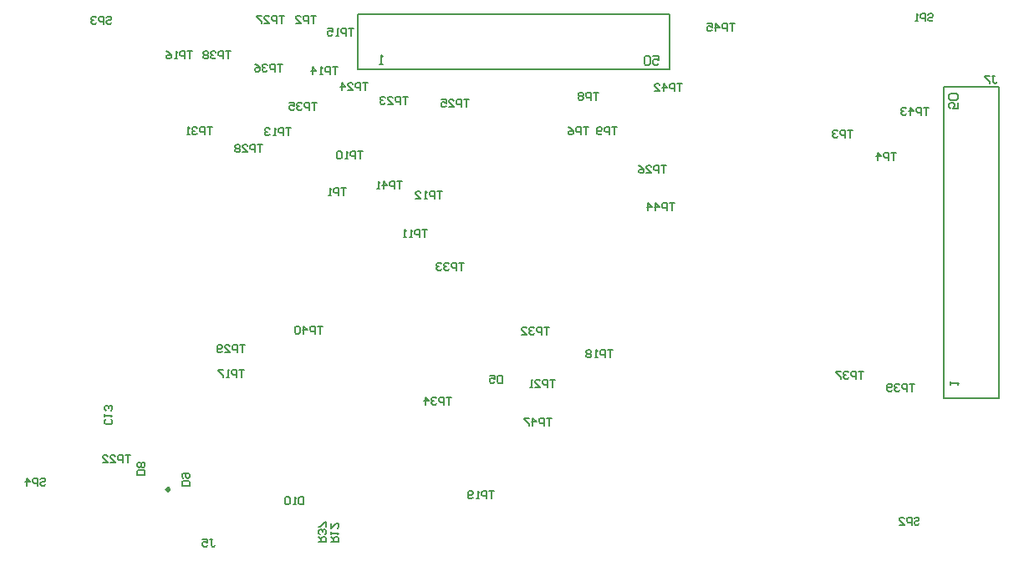
<source format=gbo>
%FSLAX44Y44*%
%MOMM*%
G71*
G01*
G75*
G04 Layer_Color=32896*
%ADD10C,0.2500*%
%ADD11R,0.3000X0.3000*%
%ADD12R,0.4500X1.3800*%
%ADD13R,0.7620X0.7620*%
%ADD14R,0.6000X0.5500*%
%ADD15R,0.7620X0.7620*%
%ADD16R,0.6200X0.5700*%
%ADD17R,0.9500X0.9500*%
%ADD18R,0.9600X0.9700*%
%ADD19R,0.5500X1.5000*%
%ADD20R,0.9500X0.9500*%
%ADD21R,1.0000X0.6000*%
%ADD22R,0.5500X0.6000*%
%ADD23R,1.2000X3.0000*%
%ADD24R,0.6000X1.0000*%
%ADD25R,1.5500X1.5500*%
%ADD26O,0.6000X0.3000*%
%ADD27R,0.5000X0.4000*%
%ADD28R,0.5700X0.6200*%
%ADD29R,2.4000X1.5000*%
%ADD30R,0.5900X0.4500*%
%ADD31R,0.3500X0.8500*%
%ADD32R,0.2000X1.0000*%
%ADD33R,0.3000X1.2000*%
%ADD34R,3.2000X1.2000*%
%ADD35R,0.4500X0.2000*%
%ADD36R,0.5000X0.2000*%
%ADD37R,0.2000X0.4500*%
%ADD38R,0.2000X0.5000*%
%ADD39R,0.4500X0.5900*%
%ADD40R,0.3000X1.4500*%
%ADD41R,1.1000X1.4000*%
%ADD42R,0.2300X1.0000*%
%ADD43R,0.4000X0.5500*%
%ADD44R,0.3000X0.5500*%
%ADD45R,1.2500X1.7500*%
%ADD46R,0.9700X0.9600*%
%ADD47R,2.1000X2.1000*%
%ADD48R,0.2500X0.6000*%
%ADD49R,0.6000X0.2500*%
%ADD50O,0.5000X1.6000*%
%ADD51R,0.3000X0.3000*%
%ADD52R,1.0160X1.7000*%
%ADD53R,1.0160X1.7000*%
%ADD54R,1.0000X1.5000*%
%ADD55O,0.3000X0.8000*%
%ADD56O,0.8000X0.3000*%
G04:AMPARAMS|DCode=57|XSize=0.75mm|YSize=1.6mm|CornerRadius=0.075mm|HoleSize=0mm|Usage=FLASHONLY|Rotation=270.000|XOffset=0mm|YOffset=0mm|HoleType=Round|Shape=RoundedRectangle|*
%AMROUNDEDRECTD57*
21,1,0.7500,1.4500,0,0,270.0*
21,1,0.6000,1.6000,0,0,270.0*
1,1,0.1500,-0.7250,-0.3000*
1,1,0.1500,-0.7250,0.3000*
1,1,0.1500,0.7250,0.3000*
1,1,0.1500,0.7250,-0.3000*
%
%ADD57ROUNDEDRECTD57*%
G04:AMPARAMS|DCode=58|XSize=0.6mm|YSize=1.8mm|CornerRadius=0.06mm|HoleSize=0mm|Usage=FLASHONLY|Rotation=270.000|XOffset=0mm|YOffset=0mm|HoleType=Round|Shape=RoundedRectangle|*
%AMROUNDEDRECTD58*
21,1,0.6000,1.6800,0,0,270.0*
21,1,0.4800,1.8000,0,0,270.0*
1,1,0.1200,-0.8400,-0.2400*
1,1,0.1200,-0.8400,0.2400*
1,1,0.1200,0.8400,0.2400*
1,1,0.1200,0.8400,-0.2400*
%
%ADD58ROUNDEDRECTD58*%
G04:AMPARAMS|DCode=59|XSize=1.3mm|YSize=0.7mm|CornerRadius=0.07mm|HoleSize=0mm|Usage=FLASHONLY|Rotation=270.000|XOffset=0mm|YOffset=0mm|HoleType=Round|Shape=RoundedRectangle|*
%AMROUNDEDRECTD59*
21,1,1.3000,0.5600,0,0,270.0*
21,1,1.1600,0.7000,0,0,270.0*
1,1,0.1400,-0.2800,-0.5800*
1,1,0.1400,-0.2800,0.5800*
1,1,0.1400,0.2800,0.5800*
1,1,0.1400,0.2800,-0.5800*
%
%ADD59ROUNDEDRECTD59*%
%ADD60R,3.2000X3.2000*%
%ADD61R,0.7500X0.3000*%
%ADD62R,0.3000X0.7500*%
%ADD63R,1.0160X1.2700*%
%ADD64R,0.4000X0.9000*%
%ADD65R,0.4000X0.5000*%
%ADD66R,1.3900X1.4000*%
%ADD67R,3.3600X4.8600*%
%ADD68R,1.4000X1.1000*%
%ADD69R,0.8500X0.3560*%
%ADD70R,2.6000X3.0000*%
%ADD71R,0.3000X1.7500*%
%ADD72R,2.0000X3.5000*%
%ADD73R,3.4000X2.4000*%
%ADD74R,1.7000X1.0160*%
%ADD75R,1.7000X1.0160*%
%ADD76R,1.4000X2.1000*%
%ADD77R,2.3700X1.9000*%
%ADD78R,1.1750X1.9000*%
%ADD79C,0.2000*%
%ADD80C,0.3000*%
%ADD81C,0.1500*%
%ADD82C,0.4000*%
%ADD83C,0.1800*%
%ADD84C,0.2200*%
%ADD85C,0.3500*%
%ADD86R,2.1000X10.0000*%
%ADD87R,2.6000X6.8000*%
%ADD88R,4.4000X3.2000*%
%ADD89R,2.2000X13.7000*%
%ADD90O,1.0000X1.6000*%
%ADD91C,0.6500*%
%ADD92C,6.0000*%
%ADD93O,1.2000X1.7000*%
%ADD94O,1.2000X1.9000*%
%ADD95C,0.7500*%
%ADD96O,1.4000X2.8500*%
%ADD97O,1.2000X2.2500*%
%ADD98C,0.5000*%
%ADD99C,1.5000*%
%ADD100R,1.5000X1.5000*%
%ADD101O,4.5000X2.0000*%
%ADD102O,2.0000X4.0000*%
%ADD103O,4.0000X2.0000*%
%ADD104C,1.7000*%
%ADD105C,3.2500*%
%ADD106C,1.6500*%
%ADD107C,2.6000*%
%ADD108C,1.9000*%
%ADD109R,1.7000X1.7000*%
%ADD110C,0.6000*%
%ADD111C,1.0160*%
%ADD112R,3.4000X0.8000*%
%ADD113R,6.2000X1.5000*%
%ADD114O,1.6160X2.2160*%
%ADD115C,1.4160*%
%ADD116C,4.7160*%
%ADD117O,1.6160X2.1160*%
%ADD118O,1.6160X2.3160*%
%ADD119C,1.5660*%
%ADD120C,2.0160*%
%ADD121O,1.9160X3.3660*%
%ADD122O,1.7160X2.7560*%
%ADD123C,1.9160*%
%ADD124C,2.0360*%
%ADD125O,2.0160X4.0160*%
%ADD126O,4.0160X2.0160*%
%ADD127C,1.9060*%
%ADD128C,4.2660*%
%ADD129C,2.0360*%
%ADD130C,2.7160*%
%ADD131C,2.6160*%
%ADD132C,2.1160*%
%ADD133C,1.1660*%
%ADD134C,1.2660*%
%ADD135C,1.2160*%
%ADD136C,0.0000*%
%ADD137C,0.0051*%
%ADD138O,4.5160X2.0160*%
%ADD139R,1.2000X0.3000*%
%ADD140R,2.7000X3.0000*%
%ADD141R,3.0000X2.7000*%
%ADD142C,0.2540*%
%ADD143C,0.1000*%
%ADD144C,0.5500*%
%ADD145C,0.2286*%
%ADD146C,0.1270*%
%ADD147C,0.1778*%
%ADD148C,0.1524*%
%ADD149C,0.1200*%
%ADD150R,0.5032X0.5032*%
%ADD151R,0.6532X1.5832*%
%ADD152R,0.9652X0.9652*%
%ADD153R,0.8032X0.7532*%
%ADD154R,0.9652X0.9652*%
%ADD155R,0.8232X0.7732*%
%ADD156R,1.1532X1.1532*%
%ADD157R,1.1632X1.1732*%
%ADD158R,0.7532X1.7032*%
%ADD159R,1.1532X1.1532*%
%ADD160R,1.2032X0.8032*%
%ADD161R,0.7532X0.8032*%
%ADD162R,1.4032X3.2032*%
%ADD163R,0.8032X1.2032*%
%ADD164R,1.7532X1.7532*%
%ADD165O,0.8032X0.5032*%
%ADD166R,0.7032X0.6032*%
%ADD167R,0.7732X0.8232*%
%ADD168R,2.6032X1.7032*%
%ADD169R,0.7932X0.6532*%
%ADD170R,0.5532X1.0532*%
%ADD171R,0.4032X1.2032*%
%ADD172R,0.5032X1.4032*%
%ADD173R,3.4032X1.4032*%
%ADD174R,0.6532X0.4032*%
%ADD175R,0.7032X0.4032*%
%ADD176R,0.4032X0.6532*%
%ADD177R,0.4032X0.7032*%
%ADD178R,0.6532X0.7932*%
%ADD179R,0.5032X1.6532*%
%ADD180R,1.3032X1.6032*%
%ADD181R,0.4332X1.2032*%
%ADD182R,0.6032X0.7532*%
%ADD183R,0.5032X0.7532*%
%ADD184R,1.4532X1.9532*%
%ADD185R,1.1732X1.1632*%
%ADD186R,2.3032X2.3032*%
%ADD187R,0.4532X0.8032*%
%ADD188R,0.8032X0.4532*%
%ADD189O,0.7032X1.8032*%
%ADD190R,0.5032X0.5032*%
%ADD191R,1.2192X1.9032*%
%ADD192R,1.2192X1.9032*%
%ADD193R,1.2032X1.7032*%
%ADD194O,0.5032X1.0032*%
%ADD195O,1.0032X0.5032*%
G04:AMPARAMS|DCode=196|XSize=0.9532mm|YSize=1.8032mm|CornerRadius=0.1766mm|HoleSize=0mm|Usage=FLASHONLY|Rotation=270.000|XOffset=0mm|YOffset=0mm|HoleType=Round|Shape=RoundedRectangle|*
%AMROUNDEDRECTD196*
21,1,0.9532,1.4500,0,0,270.0*
21,1,0.6000,1.8032,0,0,270.0*
1,1,0.3532,-0.7250,-0.3000*
1,1,0.3532,-0.7250,0.3000*
1,1,0.3532,0.7250,0.3000*
1,1,0.3532,0.7250,-0.3000*
%
%ADD196ROUNDEDRECTD196*%
G04:AMPARAMS|DCode=197|XSize=0.8032mm|YSize=2.0032mm|CornerRadius=0.1616mm|HoleSize=0mm|Usage=FLASHONLY|Rotation=270.000|XOffset=0mm|YOffset=0mm|HoleType=Round|Shape=RoundedRectangle|*
%AMROUNDEDRECTD197*
21,1,0.8032,1.6800,0,0,270.0*
21,1,0.4800,2.0032,0,0,270.0*
1,1,0.3232,-0.8400,-0.2400*
1,1,0.3232,-0.8400,0.2400*
1,1,0.3232,0.8400,0.2400*
1,1,0.3232,0.8400,-0.2400*
%
%ADD197ROUNDEDRECTD197*%
G04:AMPARAMS|DCode=198|XSize=1.5032mm|YSize=0.9032mm|CornerRadius=0.1716mm|HoleSize=0mm|Usage=FLASHONLY|Rotation=270.000|XOffset=0mm|YOffset=0mm|HoleType=Round|Shape=RoundedRectangle|*
%AMROUNDEDRECTD198*
21,1,1.5032,0.5600,0,0,270.0*
21,1,1.1600,0.9032,0,0,270.0*
1,1,0.3432,-0.2800,-0.5800*
1,1,0.3432,-0.2800,0.5800*
1,1,0.3432,0.2800,0.5800*
1,1,0.3432,0.2800,-0.5800*
%
%ADD198ROUNDEDRECTD198*%
%ADD199R,3.4032X3.4032*%
%ADD200R,0.9532X0.5032*%
%ADD201R,0.5032X0.9532*%
%ADD202R,1.2192X1.4732*%
%ADD203R,0.6032X1.1032*%
%ADD204R,0.6032X0.7032*%
%ADD205R,1.5932X1.6032*%
%ADD206R,3.5632X5.0632*%
%ADD207R,1.6032X1.3032*%
%ADD208R,1.0532X0.5592*%
%ADD209R,2.8032X3.2032*%
%ADD210R,0.5032X1.9532*%
%ADD211R,2.2032X3.7032*%
%ADD212R,3.6032X2.6032*%
%ADD213R,1.9032X1.2192*%
%ADD214R,1.9032X1.2192*%
%ADD215R,1.6032X2.3032*%
%ADD216R,2.5732X2.1032*%
%ADD217R,1.3782X2.1032*%
%ADD218O,1.2032X1.8032*%
%ADD219C,0.8532*%
%ADD220C,0.2032*%
%ADD221C,6.2032*%
%ADD222O,1.4032X1.9032*%
%ADD223O,1.4032X2.1032*%
%ADD224C,0.9532*%
%ADD225O,1.6032X3.0532*%
%ADD226O,1.4032X2.4532*%
%ADD227C,0.7032*%
%ADD228C,1.7032*%
%ADD229R,1.7032X1.7032*%
%ADD230O,4.7032X2.2032*%
%ADD231O,2.2032X4.2032*%
%ADD232O,4.2032X2.2032*%
%ADD233C,1.9032*%
%ADD234C,3.4532*%
%ADD235C,1.8532*%
%ADD236C,2.8032*%
%ADD237C,2.1032*%
%ADD238R,1.9032X1.9032*%
%ADD239R,1.4032X0.5032*%
%ADD240R,2.9032X3.2032*%
%ADD241R,3.2032X2.9032*%
D79*
X-357534Y500741D02*
X-351536D01*
Y496242D01*
X-354535Y497742D01*
X-356035D01*
X-357534Y496242D01*
Y493243D01*
X-356035Y491744D01*
X-353036D01*
X-351536Y493243D01*
X-360533Y499242D02*
X-362033Y500741D01*
X-365032D01*
X-366531Y499242D01*
Y493243D01*
X-365032Y491744D01*
X-362033D01*
X-360533Y493243D01*
Y499242D01*
X-631444Y492252D02*
X-634443D01*
X-632943D01*
Y501249D01*
X-631444Y499750D01*
X-48915Y453292D02*
Y447294D01*
X-53414D01*
X-51914Y450293D01*
Y451792D01*
X-53414Y453292D01*
X-56413D01*
X-57912Y451792D01*
Y448793D01*
X-56413Y447294D01*
X-50414Y456291D02*
X-48915Y457791D01*
Y460790D01*
X-50414Y462289D01*
X-56413D01*
X-57912Y460790D01*
Y457791D01*
X-56413Y456291D01*
X-50414D01*
X-56388Y167386D02*
Y170385D01*
Y168885D01*
X-47391D01*
X-48890Y167386D01*
D142*
X-847220Y60940D02*
G03*
X-847220Y60940I-1796J0D01*
G01*
D146*
X-656406Y543190D02*
X-340405D01*
X-656406Y487191D02*
X-340405D01*
Y543190D01*
X-656406Y487191D02*
Y543190D01*
X-6810Y153850D02*
Y469851D01*
X-62809Y153850D02*
Y469851D01*
X-6810D01*
X-62809Y153850D02*
X-6810D01*
D147*
X-275000Y533618D02*
X-280078D01*
X-277539D01*
Y526000D01*
X-282617D02*
Y533618D01*
X-286426D01*
X-287696Y532348D01*
Y529809D01*
X-286426Y528539D01*
X-282617D01*
X-294044Y526000D02*
Y533618D01*
X-290235Y529809D01*
X-295313D01*
X-302931Y533618D02*
X-297853D01*
Y529809D01*
X-300392Y531078D01*
X-301661D01*
X-302931Y529809D01*
Y527270D01*
X-301661Y526000D01*
X-299122D01*
X-297853Y527270D01*
X-335720Y351618D02*
X-340798D01*
X-338259D01*
Y344000D01*
X-343338D02*
Y351618D01*
X-347146D01*
X-348416Y350348D01*
Y347809D01*
X-347146Y346539D01*
X-343338D01*
X-354764Y344000D02*
Y351618D01*
X-350955Y347809D01*
X-356034D01*
X-362382Y344000D02*
Y351618D01*
X-358573Y347809D01*
X-363651D01*
X-78000Y448618D02*
X-83078D01*
X-80539D01*
Y441000D01*
X-85618D02*
Y448618D01*
X-89426D01*
X-90696Y447348D01*
Y444809D01*
X-89426Y443539D01*
X-85618D01*
X-97044Y441000D02*
Y448618D01*
X-93235Y444809D01*
X-98313D01*
X-100853Y447348D02*
X-102122Y448618D01*
X-104661D01*
X-105931Y447348D01*
Y446078D01*
X-104661Y444809D01*
X-103392D01*
X-104661D01*
X-105931Y443539D01*
Y442270D01*
X-104661Y441000D01*
X-102122D01*
X-100853Y442270D01*
X-328000Y472617D02*
X-333078D01*
X-330539D01*
Y465000D01*
X-335617D02*
Y472617D01*
X-339426D01*
X-340696Y471348D01*
Y468809D01*
X-339426Y467539D01*
X-335617D01*
X-347044Y465000D02*
Y472617D01*
X-343235Y468809D01*
X-348313D01*
X-355931Y465000D02*
X-350853D01*
X-355931Y470078D01*
Y471348D01*
X-354661Y472617D01*
X-352122D01*
X-350853Y471348D01*
X-92585Y168080D02*
X-97664D01*
X-95124D01*
Y160462D01*
X-100203D02*
Y168080D01*
X-104012D01*
X-105281Y166810D01*
Y164271D01*
X-104012Y163001D01*
X-100203D01*
X-107820Y166810D02*
X-109090Y168080D01*
X-111629D01*
X-112899Y166810D01*
Y165541D01*
X-111629Y164271D01*
X-110359D01*
X-111629D01*
X-112899Y163001D01*
Y161732D01*
X-111629Y160462D01*
X-109090D01*
X-107820Y161732D01*
X-115438D02*
X-116707Y160462D01*
X-119247D01*
X-120516Y161732D01*
Y166810D01*
X-119247Y168080D01*
X-116707D01*
X-115438Y166810D01*
Y165541D01*
X-116707Y164271D01*
X-120516D01*
X-785000Y505617D02*
X-790078D01*
X-787539D01*
Y498000D01*
X-792617D02*
Y505617D01*
X-796426D01*
X-797696Y504348D01*
Y501809D01*
X-796426Y500539D01*
X-792617D01*
X-800235Y504348D02*
X-801505Y505617D01*
X-804044D01*
X-805313Y504348D01*
Y503078D01*
X-804044Y501809D01*
X-802774D01*
X-804044D01*
X-805313Y500539D01*
Y499270D01*
X-804044Y498000D01*
X-801505D01*
X-800235Y499270D01*
X-807853Y504348D02*
X-809122Y505617D01*
X-811661D01*
X-812931Y504348D01*
Y503078D01*
X-811661Y501809D01*
X-812931Y500539D01*
Y499270D01*
X-811661Y498000D01*
X-809122D01*
X-807853Y499270D01*
Y500539D01*
X-809122Y501809D01*
X-807853Y503078D01*
Y504348D01*
X-809122Y501809D02*
X-811661D01*
X-144263Y181080D02*
X-149341D01*
X-146802D01*
Y173462D01*
X-151881D02*
Y181080D01*
X-155689D01*
X-156959Y179810D01*
Y177271D01*
X-155689Y176001D01*
X-151881D01*
X-159498Y179810D02*
X-160768Y181080D01*
X-163307D01*
X-164576Y179810D01*
Y178540D01*
X-163307Y177271D01*
X-162037D01*
X-163307D01*
X-164576Y176001D01*
Y174732D01*
X-163307Y173462D01*
X-160768D01*
X-159498Y174732D01*
X-167116Y181080D02*
X-172194D01*
Y179810D01*
X-167116Y174732D01*
Y173462D01*
X-733000Y492617D02*
X-738078D01*
X-735539D01*
Y485000D01*
X-740618D02*
Y492617D01*
X-744426D01*
X-745696Y491348D01*
Y488809D01*
X-744426Y487539D01*
X-740618D01*
X-748235Y491348D02*
X-749505Y492617D01*
X-752044D01*
X-753313Y491348D01*
Y490078D01*
X-752044Y488809D01*
X-750774D01*
X-752044D01*
X-753313Y487539D01*
Y486270D01*
X-752044Y485000D01*
X-749505D01*
X-748235Y486270D01*
X-760931Y492617D02*
X-758392Y491348D01*
X-755853Y488809D01*
Y486270D01*
X-757122Y485000D01*
X-759661D01*
X-760931Y486270D01*
Y487539D01*
X-759661Y488809D01*
X-755853D01*
X-698000Y453618D02*
X-703078D01*
X-700539D01*
Y446000D01*
X-705618D02*
Y453618D01*
X-709426D01*
X-710696Y452348D01*
Y449809D01*
X-709426Y448539D01*
X-705618D01*
X-713235Y452348D02*
X-714505Y453618D01*
X-717044D01*
X-718313Y452348D01*
Y451078D01*
X-717044Y449809D01*
X-715774D01*
X-717044D01*
X-718313Y448539D01*
Y447270D01*
X-717044Y446000D01*
X-714505D01*
X-713235Y447270D01*
X-725931Y453618D02*
X-720853D01*
Y449809D01*
X-723392Y451078D01*
X-724661D01*
X-725931Y449809D01*
Y447270D01*
X-724661Y446000D01*
X-722122D01*
X-720853Y447270D01*
X-804000Y428618D02*
X-809078D01*
X-806539D01*
Y421000D01*
X-811618D02*
Y428618D01*
X-815426D01*
X-816696Y427348D01*
Y424809D01*
X-815426Y423539D01*
X-811618D01*
X-819235Y427348D02*
X-820505Y428618D01*
X-823044D01*
X-824313Y427348D01*
Y426078D01*
X-823044Y424809D01*
X-821774D01*
X-823044D01*
X-824313Y423539D01*
Y422270D01*
X-823044Y421000D01*
X-820505D01*
X-819235Y422270D01*
X-826853Y421000D02*
X-829392D01*
X-828122D01*
Y428618D01*
X-826853Y427348D01*
X-753000Y410617D02*
X-758078D01*
X-755539D01*
Y403000D01*
X-760618D02*
Y410617D01*
X-764426D01*
X-765696Y409348D01*
Y406809D01*
X-764426Y405539D01*
X-760618D01*
X-773313Y403000D02*
X-768235D01*
X-773313Y408078D01*
Y409348D01*
X-772044Y410617D01*
X-769505D01*
X-768235Y409348D01*
X-775853D02*
X-777122Y410617D01*
X-779661D01*
X-780931Y409348D01*
Y408078D01*
X-779661Y406809D01*
X-780931Y405539D01*
Y404270D01*
X-779661Y403000D01*
X-777122D01*
X-775853Y404270D01*
Y405539D01*
X-777122Y406809D01*
X-775853Y408078D01*
Y409348D01*
X-777122Y406809D02*
X-779661D01*
X-731000Y541618D02*
X-736078D01*
X-733539D01*
Y534000D01*
X-738617D02*
Y541618D01*
X-742426D01*
X-743696Y540348D01*
Y537809D01*
X-742426Y536539D01*
X-738617D01*
X-751313Y534000D02*
X-746235D01*
X-751313Y539078D01*
Y540348D01*
X-750044Y541618D01*
X-747505D01*
X-746235Y540348D01*
X-753853Y541618D02*
X-758931D01*
Y540348D01*
X-753853Y535270D01*
Y534000D01*
X-344000Y389618D02*
X-349078D01*
X-346539D01*
Y382000D01*
X-351618D02*
Y389618D01*
X-355426D01*
X-356696Y388348D01*
Y385809D01*
X-355426Y384539D01*
X-351618D01*
X-364313Y382000D02*
X-359235D01*
X-364313Y387078D01*
Y388348D01*
X-363044Y389618D01*
X-360505D01*
X-359235Y388348D01*
X-371931Y389618D02*
X-369392Y388348D01*
X-366853Y385809D01*
Y383270D01*
X-368122Y382000D01*
X-370661D01*
X-371931Y383270D01*
Y384539D01*
X-370661Y385809D01*
X-366853D01*
X-544000Y456618D02*
X-549078D01*
X-546539D01*
Y449000D01*
X-551618D02*
Y456618D01*
X-555426D01*
X-556696Y455348D01*
Y452809D01*
X-555426Y451539D01*
X-551618D01*
X-564313Y449000D02*
X-559235D01*
X-564313Y454078D01*
Y455348D01*
X-563044Y456618D01*
X-560505D01*
X-559235Y455348D01*
X-571931Y456618D02*
X-566853D01*
Y452809D01*
X-569392Y454078D01*
X-570661D01*
X-571931Y452809D01*
Y450270D01*
X-570661Y449000D01*
X-568122D01*
X-566853Y450270D01*
X-646000Y473618D02*
X-651078D01*
X-648539D01*
Y466000D01*
X-653617D02*
Y473618D01*
X-657426D01*
X-658696Y472348D01*
Y469809D01*
X-657426Y468539D01*
X-653617D01*
X-666313Y466000D02*
X-661235D01*
X-666313Y471078D01*
Y472348D01*
X-665044Y473618D01*
X-662505D01*
X-661235Y472348D01*
X-672661Y466000D02*
Y473618D01*
X-668853Y469809D01*
X-673931D01*
X-606000Y459618D02*
X-611078D01*
X-608539D01*
Y452000D01*
X-613618D02*
Y459618D01*
X-617426D01*
X-618696Y458348D01*
Y455809D01*
X-617426Y454539D01*
X-613618D01*
X-626313Y452000D02*
X-621235D01*
X-626313Y457078D01*
Y458348D01*
X-625044Y459618D01*
X-622505D01*
X-621235Y458348D01*
X-628853D02*
X-630122Y459618D01*
X-632661D01*
X-633931Y458348D01*
Y457078D01*
X-632661Y455809D01*
X-631392D01*
X-632661D01*
X-633931Y454539D01*
Y453270D01*
X-632661Y452000D01*
X-630122D01*
X-628853Y453270D01*
X-824000Y505617D02*
X-829078D01*
X-826539D01*
Y498000D01*
X-831618D02*
Y505617D01*
X-835426D01*
X-836696Y504348D01*
Y501809D01*
X-835426Y500539D01*
X-831618D01*
X-839235Y498000D02*
X-841774D01*
X-840505D01*
Y505617D01*
X-839235Y504348D01*
X-850661Y505617D02*
X-848122Y504348D01*
X-845583Y501809D01*
Y499270D01*
X-846853Y498000D01*
X-849392D01*
X-850661Y499270D01*
Y500539D01*
X-849392Y501809D01*
X-845583D01*
X-660623Y528918D02*
X-665701D01*
X-663162D01*
Y521300D01*
X-668240D02*
Y528918D01*
X-672049D01*
X-673319Y527648D01*
Y525109D01*
X-672049Y523839D01*
X-668240D01*
X-675858Y521300D02*
X-678397D01*
X-677128D01*
Y528918D01*
X-675858Y527648D01*
X-687284Y528918D02*
X-682206D01*
Y525109D01*
X-684745Y526378D01*
X-686015D01*
X-687284Y525109D01*
Y522570D01*
X-686015Y521300D01*
X-683475D01*
X-682206Y522570D01*
X-677000Y489618D02*
X-682078D01*
X-679539D01*
Y482000D01*
X-684617D02*
Y489618D01*
X-688426D01*
X-689696Y488348D01*
Y485809D01*
X-688426Y484539D01*
X-684617D01*
X-692235Y482000D02*
X-694774D01*
X-693505D01*
Y489618D01*
X-692235Y488348D01*
X-702392Y482000D02*
Y489618D01*
X-698583Y485809D01*
X-703661D01*
X-724000Y427617D02*
X-729078D01*
X-726539D01*
Y420000D01*
X-731618D02*
Y427617D01*
X-735426D01*
X-736696Y426348D01*
Y423809D01*
X-735426Y422539D01*
X-731618D01*
X-739235Y420000D02*
X-741774D01*
X-740505D01*
Y427617D01*
X-739235Y426348D01*
X-745583D02*
X-746853Y427617D01*
X-749392D01*
X-750661Y426348D01*
Y425078D01*
X-749392Y423809D01*
X-748122D01*
X-749392D01*
X-750661Y422539D01*
Y421270D01*
X-749392Y420000D01*
X-746853D01*
X-745583Y421270D01*
X-651329Y403985D02*
X-656408D01*
X-653868D01*
Y396368D01*
X-658947D02*
Y403985D01*
X-662756D01*
X-664025Y402716D01*
Y400177D01*
X-662756Y398907D01*
X-658947D01*
X-666564Y396368D02*
X-669103D01*
X-667834D01*
Y403985D01*
X-666564Y402716D01*
X-672912D02*
X-674182Y403985D01*
X-676721D01*
X-677991Y402716D01*
Y397637D01*
X-676721Y396368D01*
X-674182D01*
X-672912Y397637D01*
Y402716D01*
X-394000Y428618D02*
X-399078D01*
X-396539D01*
Y421000D01*
X-401618D02*
Y428618D01*
X-405426D01*
X-406696Y427348D01*
Y424809D01*
X-405426Y423539D01*
X-401618D01*
X-409235Y422270D02*
X-410505Y421000D01*
X-413044D01*
X-414313Y422270D01*
Y427348D01*
X-413044Y428618D01*
X-410505D01*
X-409235Y427348D01*
Y426078D01*
X-410505Y424809D01*
X-414313D01*
X-413000Y463618D02*
X-418078D01*
X-415539D01*
Y456000D01*
X-420617D02*
Y463618D01*
X-424426D01*
X-425696Y462348D01*
Y459809D01*
X-424426Y458539D01*
X-420617D01*
X-428235Y462348D02*
X-429505Y463618D01*
X-432044D01*
X-433313Y462348D01*
Y461078D01*
X-432044Y459809D01*
X-433313Y458539D01*
Y457270D01*
X-432044Y456000D01*
X-429505D01*
X-428235Y457270D01*
Y458539D01*
X-429505Y459809D01*
X-428235Y461078D01*
Y462348D01*
X-429505Y459809D02*
X-432044D01*
X-423000Y428618D02*
X-428078D01*
X-425539D01*
Y421000D01*
X-430617D02*
Y428618D01*
X-434426D01*
X-435696Y427348D01*
Y424809D01*
X-434426Y423539D01*
X-430617D01*
X-443313Y428618D02*
X-440774Y427348D01*
X-438235Y424809D01*
Y422270D01*
X-439505Y421000D01*
X-442044D01*
X-443313Y422270D01*
Y423539D01*
X-442044Y424809D01*
X-438235D01*
X-111000Y402617D02*
X-116078D01*
X-113539D01*
Y395000D01*
X-118617D02*
Y402617D01*
X-122426D01*
X-123696Y401348D01*
Y398809D01*
X-122426Y397539D01*
X-118617D01*
X-130044Y395000D02*
Y402617D01*
X-126235Y398809D01*
X-131313D01*
X-155000Y425617D02*
X-160078D01*
X-157539D01*
Y418000D01*
X-162617D02*
Y425617D01*
X-166426D01*
X-167696Y424348D01*
Y421809D01*
X-166426Y420539D01*
X-162617D01*
X-170235Y424348D02*
X-171505Y425617D01*
X-174044D01*
X-175313Y424348D01*
Y423078D01*
X-174044Y421809D01*
X-172774D01*
X-174044D01*
X-175313Y420539D01*
Y419270D01*
X-174044Y418000D01*
X-171505D01*
X-170235Y419270D01*
X-699000Y541618D02*
X-704078D01*
X-701539D01*
Y534000D01*
X-706618D02*
Y541618D01*
X-710426D01*
X-711696Y540348D01*
Y537809D01*
X-710426Y536539D01*
X-706618D01*
X-719313Y534000D02*
X-714235D01*
X-719313Y539078D01*
Y540348D01*
X-718044Y541618D01*
X-715505D01*
X-714235Y540348D01*
X-668209Y366985D02*
X-673288D01*
X-670748D01*
Y359368D01*
X-675827D02*
Y366985D01*
X-679635D01*
X-680905Y365716D01*
Y363177D01*
X-679635Y361907D01*
X-675827D01*
X-683444Y359368D02*
X-685983D01*
X-684714D01*
Y366985D01*
X-683444Y365716D01*
X-906652Y132078D02*
X-905383Y130809D01*
Y128270D01*
X-906652Y127000D01*
X-911730D01*
X-913000Y128270D01*
Y130809D01*
X-911730Y132078D01*
X-913000Y134618D02*
Y137157D01*
Y135887D01*
X-905383D01*
X-906652Y134618D01*
Y140965D02*
X-905383Y142235D01*
Y144774D01*
X-906652Y146044D01*
X-907922D01*
X-909191Y144774D01*
Y143505D01*
Y144774D01*
X-910461Y146044D01*
X-911730D01*
X-913000Y144774D01*
Y142235D01*
X-911730Y140965D01*
X-460320Y133617D02*
X-465398D01*
X-462859D01*
Y126000D01*
X-467938D02*
Y133617D01*
X-471746D01*
X-473016Y132348D01*
Y129809D01*
X-471746Y128539D01*
X-467938D01*
X-479364Y126000D02*
Y133617D01*
X-475555Y129809D01*
X-480634D01*
X-483173Y133617D02*
X-488251D01*
Y132348D01*
X-483173Y127270D01*
Y126000D01*
X-611320Y373618D02*
X-616399D01*
X-613859D01*
Y366000D01*
X-618938D02*
Y373618D01*
X-622746D01*
X-624016Y372348D01*
Y369809D01*
X-622746Y368539D01*
X-618938D01*
X-630364Y366000D02*
Y373618D01*
X-626555Y369809D01*
X-631633D01*
X-634173Y366000D02*
X-636712D01*
X-635442D01*
Y373618D01*
X-634173Y372348D01*
X-692320Y226618D02*
X-697399D01*
X-694859D01*
Y219000D01*
X-699938D02*
Y226618D01*
X-703746D01*
X-705016Y225348D01*
Y222809D01*
X-703746Y221539D01*
X-699938D01*
X-711364Y219000D02*
Y226618D01*
X-707555Y222809D01*
X-712634D01*
X-715173Y225348D02*
X-716442Y226618D01*
X-718981D01*
X-720251Y225348D01*
Y220270D01*
X-718981Y219000D01*
X-716442D01*
X-715173Y220270D01*
Y225348D01*
X-561320Y154618D02*
X-566399D01*
X-563859D01*
Y147000D01*
X-568938D02*
Y154618D01*
X-572746D01*
X-574016Y153348D01*
Y150809D01*
X-572746Y149539D01*
X-568938D01*
X-576555Y153348D02*
X-577825Y154618D01*
X-580364D01*
X-581633Y153348D01*
Y152078D01*
X-580364Y150809D01*
X-579094D01*
X-580364D01*
X-581633Y149539D01*
Y148270D01*
X-580364Y147000D01*
X-577825D01*
X-576555Y148270D01*
X-587981Y147000D02*
Y154618D01*
X-584173Y150809D01*
X-589251D01*
X-548639Y290872D02*
X-553717D01*
X-551178D01*
Y283255D01*
X-556256D02*
Y290872D01*
X-560065D01*
X-561334Y289603D01*
Y287064D01*
X-560065Y285794D01*
X-556256D01*
X-563874Y289603D02*
X-565143Y290872D01*
X-567682D01*
X-568952Y289603D01*
Y288333D01*
X-567682Y287064D01*
X-566413D01*
X-567682D01*
X-568952Y285794D01*
Y284525D01*
X-567682Y283255D01*
X-565143D01*
X-563874Y284525D01*
X-571491Y289603D02*
X-572761Y290872D01*
X-575300D01*
X-576570Y289603D01*
Y288333D01*
X-575300Y287064D01*
X-574030D01*
X-575300D01*
X-576570Y285794D01*
Y284525D01*
X-575300Y283255D01*
X-572761D01*
X-571491Y284525D01*
X-771000Y207617D02*
X-776078D01*
X-773539D01*
Y200000D01*
X-778617D02*
Y207617D01*
X-782426D01*
X-783696Y206348D01*
Y203809D01*
X-782426Y202539D01*
X-778617D01*
X-791313Y200000D02*
X-786235D01*
X-791313Y205078D01*
Y206348D01*
X-790044Y207617D01*
X-787505D01*
X-786235Y206348D01*
X-793853Y201270D02*
X-795122Y200000D01*
X-797661D01*
X-798931Y201270D01*
Y206348D01*
X-797661Y207617D01*
X-795122D01*
X-793853Y206348D01*
Y205078D01*
X-795122Y203809D01*
X-798931D01*
X-518320Y59618D02*
X-523399D01*
X-520859D01*
Y52000D01*
X-525938D02*
Y59618D01*
X-529746D01*
X-531016Y58348D01*
Y55809D01*
X-529746Y54539D01*
X-525938D01*
X-533555Y52000D02*
X-536094D01*
X-534825D01*
Y59618D01*
X-533555Y58348D01*
X-539903Y53270D02*
X-541173Y52000D01*
X-543712D01*
X-544981Y53270D01*
Y58348D01*
X-543712Y59618D01*
X-541173D01*
X-539903Y58348D01*
Y57078D01*
X-541173Y55809D01*
X-544981D01*
X-398320Y202617D02*
X-403399D01*
X-400859D01*
Y195000D01*
X-405938D02*
Y202617D01*
X-409746D01*
X-411016Y201348D01*
Y198809D01*
X-409746Y197539D01*
X-405938D01*
X-413555Y195000D02*
X-416094D01*
X-414825D01*
Y202617D01*
X-413555Y201348D01*
X-419903D02*
X-421173Y202617D01*
X-423712D01*
X-424981Y201348D01*
Y200078D01*
X-423712Y198809D01*
X-424981Y197539D01*
Y196270D01*
X-423712Y195000D01*
X-421173D01*
X-419903Y196270D01*
Y197539D01*
X-421173Y198809D01*
X-419903Y200078D01*
Y201348D01*
X-421173Y198809D02*
X-423712D01*
X-771320Y182617D02*
X-776398D01*
X-773859D01*
Y175000D01*
X-778938D02*
Y182617D01*
X-782746D01*
X-784016Y181348D01*
Y178809D01*
X-782746Y177539D01*
X-778938D01*
X-786555Y175000D02*
X-789094D01*
X-787825D01*
Y182617D01*
X-786555Y181348D01*
X-792903Y182617D02*
X-797981D01*
Y181348D01*
X-792903Y176270D01*
Y175000D01*
X-571320Y363618D02*
X-576399D01*
X-573859D01*
Y356000D01*
X-578938D02*
Y363618D01*
X-582746D01*
X-584016Y362348D01*
Y359809D01*
X-582746Y358539D01*
X-578938D01*
X-586555Y356000D02*
X-589094D01*
X-587825D01*
Y363618D01*
X-586555Y362348D01*
X-597981Y356000D02*
X-592903D01*
X-597981Y361078D01*
Y362348D01*
X-596712Y363618D01*
X-594173D01*
X-592903Y362348D01*
X-586000Y324618D02*
X-591078D01*
X-588539D01*
Y317000D01*
X-593618D02*
Y324618D01*
X-597426D01*
X-598696Y323348D01*
Y320809D01*
X-597426Y319539D01*
X-593618D01*
X-601235Y317000D02*
X-603774D01*
X-602505D01*
Y324618D01*
X-601235Y323348D01*
X-607583Y317000D02*
X-610122D01*
X-608853D01*
Y324618D01*
X-607583Y323348D01*
X-711320Y53618D02*
Y46000D01*
X-715129D01*
X-716398Y47270D01*
Y52348D01*
X-715129Y53618D01*
X-711320D01*
X-718938Y46000D02*
X-721477D01*
X-720207D01*
Y53618D01*
X-718938Y52348D01*
X-725286D02*
X-726555Y53618D01*
X-729094D01*
X-730364Y52348D01*
Y47270D01*
X-729094Y46000D01*
X-726555D01*
X-725286Y47270D01*
Y52348D01*
X-510320Y176618D02*
Y169000D01*
X-514129D01*
X-515398Y170270D01*
Y175348D01*
X-514129Y176618D01*
X-510320D01*
X-523016D02*
X-517938D01*
Y172809D01*
X-520477Y174078D01*
X-521746D01*
X-523016Y172809D01*
Y170270D01*
X-521746Y169000D01*
X-519207D01*
X-517938Y170270D01*
X-456320Y172617D02*
X-461399D01*
X-458859D01*
Y165000D01*
X-463938D02*
Y172617D01*
X-467746D01*
X-469016Y171348D01*
Y168809D01*
X-467746Y167539D01*
X-463938D01*
X-476633Y165000D02*
X-471555D01*
X-476633Y170078D01*
Y171348D01*
X-475364Y172617D01*
X-472825D01*
X-471555Y171348D01*
X-479173Y165000D02*
X-481712D01*
X-480442D01*
Y172617D01*
X-479173Y171348D01*
X-806254Y10618D02*
X-803715D01*
X-804985D01*
Y4270D01*
X-803715Y3000D01*
X-802446D01*
X-801176Y4270D01*
X-813872Y10618D02*
X-808793D01*
Y6809D01*
X-811333Y8078D01*
X-812602D01*
X-813872Y6809D01*
Y4270D01*
X-812602Y3000D01*
X-810063D01*
X-808793Y4270D01*
X-683320Y8000D02*
X-675703D01*
Y11809D01*
X-676972Y13078D01*
X-679511D01*
X-680781Y11809D01*
Y8000D01*
Y10539D02*
X-683320Y13078D01*
Y15618D02*
Y18157D01*
Y16887D01*
X-675703D01*
X-676972Y15618D01*
X-683320Y27044D02*
Y21965D01*
X-678242Y27044D01*
X-676972D01*
X-675703Y25774D01*
Y23235D01*
X-676972Y21965D01*
X-696320Y8000D02*
X-688703D01*
Y11809D01*
X-689972Y13078D01*
X-692511D01*
X-693781Y11809D01*
Y8000D01*
Y10539D02*
X-696320Y13078D01*
X-689972Y15618D02*
X-688703Y16887D01*
Y19426D01*
X-689972Y20696D01*
X-691242D01*
X-692511Y19426D01*
Y18157D01*
Y19426D01*
X-693781Y20696D01*
X-695051D01*
X-696320Y19426D01*
Y16887D01*
X-695051Y15618D01*
X-688703Y23235D02*
Y28313D01*
X-689972D01*
X-695051Y23235D01*
X-696320D01*
X-14078Y480617D02*
X-11539D01*
X-12809D01*
Y474270D01*
X-11539Y473000D01*
X-10270D01*
X-9000Y474270D01*
X-16617Y480617D02*
X-21696D01*
Y479348D01*
X-16617Y474270D01*
Y473000D01*
X-79078Y542348D02*
X-77809Y543618D01*
X-75270D01*
X-74000Y542348D01*
Y541078D01*
X-75270Y539809D01*
X-77809D01*
X-79078Y538539D01*
Y537270D01*
X-77809Y536000D01*
X-75270D01*
X-74000Y537270D01*
X-81617Y536000D02*
Y543618D01*
X-85426D01*
X-86696Y542348D01*
Y539809D01*
X-85426Y538539D01*
X-81617D01*
X-89235Y536000D02*
X-91774D01*
X-90505D01*
Y543618D01*
X-89235Y542348D01*
X-93078Y31348D02*
X-91809Y32617D01*
X-89270D01*
X-88000Y31348D01*
Y30078D01*
X-89270Y28809D01*
X-91809D01*
X-93078Y27539D01*
Y26270D01*
X-91809Y25000D01*
X-89270D01*
X-88000Y26270D01*
X-95618Y25000D02*
Y32617D01*
X-99426D01*
X-100696Y31348D01*
Y28809D01*
X-99426Y27539D01*
X-95618D01*
X-108313Y25000D02*
X-103235D01*
X-108313Y30078D01*
Y31348D01*
X-107044Y32617D01*
X-104505D01*
X-103235Y31348D01*
X-911334Y539588D02*
X-910065Y540857D01*
X-907525D01*
X-906256Y539588D01*
Y538318D01*
X-907525Y537048D01*
X-910065D01*
X-911334Y535779D01*
Y534509D01*
X-910065Y533240D01*
X-907525D01*
X-906256Y534509D01*
X-913873Y533240D02*
Y540857D01*
X-917682D01*
X-918952Y539588D01*
Y537048D01*
X-917682Y535779D01*
X-913873D01*
X-921491Y539588D02*
X-922760Y540857D01*
X-925300D01*
X-926569Y539588D01*
Y538318D01*
X-925300Y537048D01*
X-924030D01*
X-925300D01*
X-926569Y535779D01*
Y534509D01*
X-925300Y533240D01*
X-922760D01*
X-921491Y534509D01*
X-978078Y71348D02*
X-976809Y72618D01*
X-974270D01*
X-973000Y71348D01*
Y70078D01*
X-974270Y68809D01*
X-976809D01*
X-978078Y67539D01*
Y66270D01*
X-976809Y65000D01*
X-974270D01*
X-973000Y66270D01*
X-980618Y65000D02*
Y72618D01*
X-984426D01*
X-985696Y71348D01*
Y68809D01*
X-984426Y67539D01*
X-980618D01*
X-992044Y65000D02*
Y72618D01*
X-988235Y68809D01*
X-993313D01*
X-872132Y75963D02*
X-879749D01*
Y79772D01*
X-878480Y81041D01*
X-873401D01*
X-872132Y79772D01*
Y75963D01*
X-873401Y83581D02*
X-872132Y84850D01*
Y87389D01*
X-873401Y88659D01*
X-874671D01*
X-875941Y87389D01*
X-877210Y88659D01*
X-878480D01*
X-879749Y87389D01*
Y84850D01*
X-878480Y83581D01*
X-877210D01*
X-875941Y84850D01*
X-874671Y83581D01*
X-873401D01*
X-875941Y84850D02*
Y87389D01*
X-826888Y64750D02*
X-834506D01*
Y68559D01*
X-833236Y69828D01*
X-828158D01*
X-826888Y68559D01*
Y64750D01*
X-833236Y72368D02*
X-834506Y73637D01*
Y76176D01*
X-833236Y77446D01*
X-828158D01*
X-826888Y76176D01*
Y73637D01*
X-828158Y72368D01*
X-829428D01*
X-830697Y73637D01*
Y77446D01*
X-462320Y225618D02*
X-467398D01*
X-464859D01*
Y218000D01*
X-469938D02*
Y225618D01*
X-473746D01*
X-475016Y224348D01*
Y221809D01*
X-473746Y220539D01*
X-469938D01*
X-477555Y224348D02*
X-478825Y225618D01*
X-481364D01*
X-482634Y224348D01*
Y223078D01*
X-481364Y221809D01*
X-480094D01*
X-481364D01*
X-482634Y220539D01*
Y219270D01*
X-481364Y218000D01*
X-478825D01*
X-477555Y219270D01*
X-490251Y218000D02*
X-485173D01*
X-490251Y223078D01*
Y224348D01*
X-488982Y225618D01*
X-486442D01*
X-485173Y224348D01*
X-887031Y95746D02*
X-892109D01*
X-889570D01*
Y88129D01*
X-894649D02*
Y95746D01*
X-898457D01*
X-899727Y94477D01*
Y91938D01*
X-898457Y90668D01*
X-894649D01*
X-907344Y88129D02*
X-902266D01*
X-907344Y93207D01*
Y94477D01*
X-906075Y95746D01*
X-903536D01*
X-902266Y94477D01*
X-914962Y88129D02*
X-909884D01*
X-914962Y93207D01*
Y94477D01*
X-913692Y95746D01*
X-911153D01*
X-909884Y94477D01*
M02*

</source>
